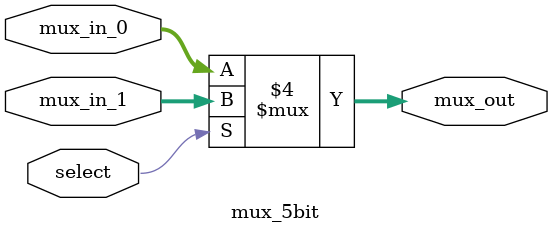
<source format=v>

/* mux module: 32 bit multiplexor function from 2 inputs to 1 output */
module mux_2_1(input select, input [31:0] mux_in_0, input [31:0] mux_in_1, output reg [31:0] mux_out);

always @(*)
begin
  if (select == 0)
    mux_out = mux_in_0;
  else
    mux_out = mux_in_1;
end

endmodule

/* mux module: 5 bit multiplexor function for register inputs */
module mux_5bit(input select, input [4:0] mux_in_0, input [4:0] mux_in_1, output reg [4:0] mux_out);

always @(*)
begin
  if (select == 0)
    mux_out = mux_in_0;
  else
    mux_out = mux_in_1;
end

endmodule

</source>
